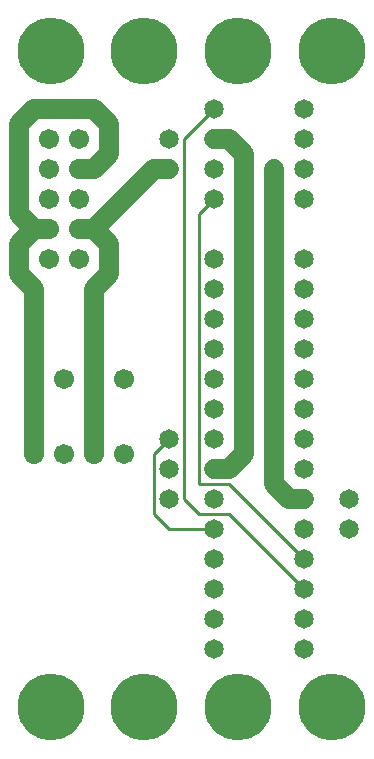
<source format=gtl>
%MOIN*%
%FSLAX25Y25*%
G04 D10 used for Character Trace; *
G04     Circle (OD=.01000) (No hole)*
G04 D11 used for Power Trace; *
G04     Circle (OD=.06500) (No hole)*
G04 D12 used for Signal Trace; *
G04     Circle (OD=.01100) (No hole)*
G04 D13 used for Via; *
G04     Circle (OD=.05800) (Round. Hole ID=.02800)*
G04 D14 used for Component hole; *
G04     Circle (OD=.06500) (Round. Hole ID=.03500)*
G04 D15 used for Component hole; *
G04     Circle (OD=.06700) (Round. Hole ID=.04300)*
G04 D16 used for Component hole; *
G04     Circle (OD=.08100) (Round. Hole ID=.05100)*
G04 D17 used for Component hole; *
G04     Circle (OD=.08900) (Round. Hole ID=.05900)*
G04 D18 used for Component hole; *
G04     Circle (OD=.11300) (Round. Hole ID=.08300)*
G04 D19 used for Component hole; *
G04     Circle (OD=.16000) (Round. Hole ID=.13000)*
G04 D20 used for Component hole; *
G04     Circle (OD=.18300) (Round. Hole ID=.15300)*
G04 D21 used for Component hole; *
G04     Circle (OD=.22291) (Round. Hole ID=.19291)*
%ADD10C,.01000*%
%ADD11C,.06500*%
%ADD12C,.01100*%
%ADD13C,.05800*%
%ADD14C,.06500*%
%ADD15C,.06700*%
%ADD16C,.08100*%
%ADD17C,.08900*%
%ADD18C,.11300*%
%ADD19C,.16000*%
%ADD20C,.18300*%
%ADD21C,.22291*%
%IPPOS*%
%LPD*%
G90*X0Y0D02*D21*X15625Y15625D03*X46875D03*D14*    
X70000Y35000D03*Y45000D03*Y55000D03*Y65000D03*    
Y75000D03*D12*X55000D01*X50000Y80000D01*          
Y100000D01*X55000Y105000D01*D14*D03*Y95000D03*    
X70000D03*D11*X75000D01*X80000Y100000D01*         
Y200000D01*X75000Y205000D01*X70000D01*D14*D03*    
Y215000D03*D12*X60000Y205000D01*Y85000D01*        
X65000Y80000D01*X75000D01*X100000Y55000D01*D14*   
D03*Y65000D03*D12*X75000Y90000D01*X65000D01*      
Y180000D01*X70000Y185000D01*D14*D03*Y195000D03*   
X55000D03*D11*X50000D01*X30000Y175000D01*         
X35000Y170000D01*Y160000D01*X30000Y155000D01*     
Y125000D01*D15*D03*D11*Y100000D01*D15*D03*        
X40000D03*X20000D03*X10000D03*D11*Y125000D01*D15* 
D03*D11*Y155000D01*X5000Y160000D01*Y170000D01*    
X10000Y175000D01*X15000D01*D15*D03*D11*X10000D02* 
X5000Y180000D01*Y210000D01*X10000Y215000D01*      
X30000D01*X35000Y210000D01*Y205000D01*D13*D03*D11*
Y200000D01*X30000Y195000D01*X25000D01*D15*D03*    
X15000Y205000D03*Y185000D03*X25000Y205000D03*     
X15000Y195000D03*X25000Y185000D03*Y175000D03*D11* 
X30000D01*D15*X25000Y165000D03*X15000D03*D14*     
X55000Y205000D03*X70000Y135000D03*Y145000D03*     
Y155000D03*Y165000D03*D15*X20000Y125000D03*       
X40000D03*D14*X70000D03*D21*X78125Y234375D03*     
X46875D03*D10*X89163Y176914D02*X90000Y177871D01*  
Y172129D01*X89163D02*X90837D01*D21*               
X15625Y234375D03*D13*X90000Y195000D03*D11*        
Y90000D01*X95000Y85000D01*X100000D01*D14*D03*     
Y95000D03*Y75000D03*X115000D03*Y85000D03*         
X100000Y105000D03*X70000Y115000D03*Y105000D03*    
X100000Y115000D03*X70000Y85000D03*                
X100000Y125000D03*Y45000D03*X55000Y85000D03*      
X100000Y135000D03*Y35000D03*Y145000D03*D21*       
X78125Y15625D03*D14*X100000Y155000D03*D21*        
X109375Y15625D03*D14*X100000Y165000D03*Y185000D03*
Y195000D03*Y205000D03*Y215000D03*D21*             
X109375Y234375D03*M02*                            

</source>
